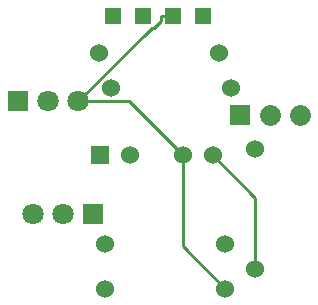
<source format=gtl>
G04 Layer: TopLayer*
G04 EasyEDA v6.3.53, 2020-07-21T18:42:38+02:00*
G04 Gerber Generator version 0.2*
G04 Scale: 100 percent, Rotated: No, Reflected: No *
G04 Dimensions in millimeters *
G04 leading zeros omitted , absolute positions ,3 integer and 3 decimal *
%FSLAX33Y33*%
%MOMM*%
G90*
G71D02*

%ADD10C,0.254000*%
%ADD11C,0.259994*%
%ADD12R,1.799996X1.799996*%
%ADD13C,1.799996*%
%ADD14C,1.524000*%
%ADD16R,1.414780X1.414780*%

%LPD*%
G54D11*
G01X15396Y25810D02*
G01X14396Y25810D01*
G01X14396Y25810D02*
G01X14396Y25381D01*
G01X13827Y24810D01*
G01X13634Y24810D01*
G01X7395Y18571D01*
G54D10*
G01X22381Y4347D02*
G01X22381Y10417D01*
G01X18799Y13999D01*
G01X19841Y2696D02*
G01X16259Y6278D01*
G01X16259Y13999D01*
G01X16259Y13999D02*
G01X11687Y18571D01*
G01X7395Y18571D01*
G54D12*
G01X2315Y18571D03*
G54D13*
G01X4855Y18571D03*
G01X7395Y18571D03*
G54D12*
G01X8665Y9046D03*
G54D13*
G01X6125Y9046D03*
G01X3585Y9046D03*
G54D14*
G01X10189Y19714D03*
G01X20349Y19714D03*
G01X22381Y14507D03*
G01X22381Y4347D03*
G01X9681Y2696D03*
G01X19841Y2696D03*
G01X9681Y6506D03*
G01X19841Y6506D03*
G01X19333Y22635D03*
G01X9173Y22635D03*
G01X18800Y13999D03*
G01X16260Y13999D03*
G36*
G01X8487Y13239D02*
G01X10011Y13239D01*
G01X10011Y14763D01*
G01X8487Y14763D01*
G01X8487Y13239D01*
G37*
G01X11750Y13998D03*
G54D12*
G01X21111Y17428D03*
G54D16*
G01X17936Y25810D03*
G01X12856Y25810D03*
G01X15396Y25810D03*
G01X10316Y25810D03*
G54D13*
G01X26191Y17428D02*
G01X26191Y17428D01*
G01X23651Y17428D02*
G01X23651Y17428D01*
M00*
M02*

</source>
